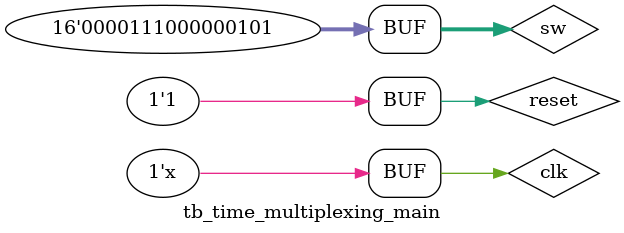
<source format=v>
`timescale 1ns / 1ps
 
module tb_time_multiplexing_main;
    reg clk;
    reg reset;
    reg [15:0] sw;
    wire [3:0] an;
    wire[6:0] sseg;
 
    time_multiplexing_main ul (
    .clk(clk),
    .reset(reset),
    .sw(sw),
    .an(an),
    .sseg(sseg)
    );
 
        initial
        begin
        clk = 0;
        reset = 0;
        sw = 0;
 
        #10;
        reset = 1;
        sw = 16'h0000;
        #10;
        sw = 16'h00A1;
        #10;
        sw = 16'h0B02;
        #10;
        sw = 16'hC003;
        #10;
        sw = 16'h00D4;
        #10;
        sw = 16'h0E05;
    end
 
    always #5 clk = ~clk;
endmodule
</source>
